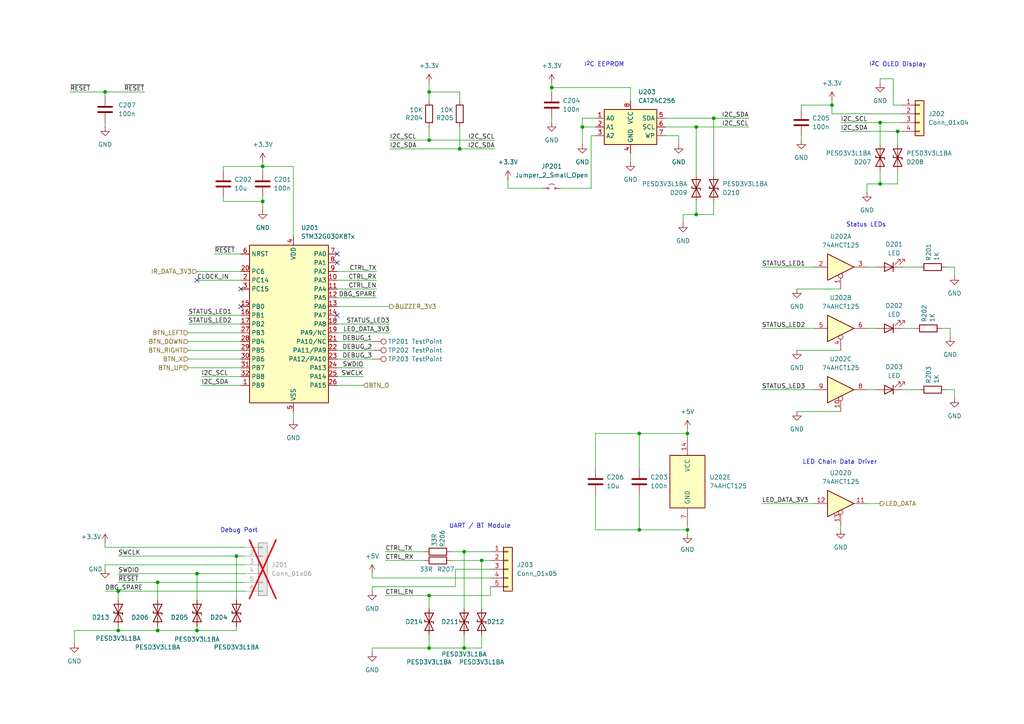
<source format=kicad_sch>
(kicad_sch (version 20231120) (generator "eeschema") (generator_version "8.0")
  (paper "A4")
  (title_block (title "STM32G0 LED Controller") (date "2024-06-29") (company "Stefan Misik") (comment 1 "www.stefanmisik.com"))
  (lib_symbols
    (symbol "74xx:74AHCT125" (pin_names (offset 1.016))
      (property "Reference" "U" (at 0 1.27 0))
      (property "Value" "74AHCT125" (at 0 -1.27 0))
      (symbol "74AHCT125_1_0"
        (polyline (pts (xy -3.81 3.81) (xy -3.81 -3.81) (xy 3.81 0) (xy -3.81 3.81)) (stroke (width 0.254)) (fill (type background)))
        (pin input inverted (at 0 -6.35 90) (length 4.445) (name "~") (number "1"))
        (pin input line (at -7.62 0 0) (length 3.81) (name "~") (number "2"))
        (pin tri_state line (at 7.62 0 180) (length 3.81) (name "~") (number "3"))
      )
      (symbol "74AHCT125_2_0"
        (polyline (pts (xy -3.81 3.81) (xy -3.81 -3.81) (xy 3.81 0) (xy -3.81 3.81)) (stroke (width 0.254)) (fill (type background)))
        (pin input inverted (at 0 -6.35 90) (length 4.445) (name "~") (number "4"))
        (pin input line (at -7.62 0 0) (length 3.81) (name "~") (number "5"))
        (pin tri_state line (at 7.62 0 180) (length 3.81) (name "~") (number "6"))
      )
      (symbol "74AHCT125_3_0"
        (polyline (pts (xy -3.81 3.81) (xy -3.81 -3.81) (xy 3.81 0) (xy -3.81 3.81)) (stroke (width 0.254)) (fill (type background)))
        (pin input inverted (at 0 -6.35 90) (length 4.445) (name "~") (number "10"))
        (pin tri_state line (at 7.62 0 180) (length 3.81) (name "~") (number "8"))
        (pin input line (at -7.62 0 0) (length 3.81) (name "~") (number "9"))
      )
      (symbol "74AHCT125_4_0"
        (polyline (pts (xy -3.81 3.81) (xy -3.81 -3.81) (xy 3.81 0) (xy -3.81 3.81)) (stroke (width 0.254)) (fill (type background)))
        (pin tri_state line (at 7.62 0 180) (length 3.81) (name "~") (number "11"))
        (pin input line (at -7.62 0 0) (length 3.81) (name "~") (number "12"))
        (pin input inverted (at 0 -6.35 90) (length 4.445) (name "~") (number "13"))
      )
      (symbol "74AHCT125_5_0"
        (pin power_in line (at 0 12.7 270) (length 5.08) (name "VCC") (number "14"))
        (pin power_in line (at 0 -12.7 90) (length 5.08) (name "GND") (number "7"))
      )
      (symbol "74AHCT125_5_1"
        (rectangle (start -5.08 7.62) (end 5.08 -7.62) (stroke (width 0.254)) (fill (type background)))
      )
    )
    (symbol "Connector:TestPoint" (pin_numbers hide) (pin_names (offset 0.762) hide)
      (property "Reference" "TP" (at 0 6.858 0))
      (property "Value" "TestPoint" (at 0 5.08 0))
      (symbol "TestPoint_0_1"
        (circle (center 0 3.302) (radius 0.762))
      )
      (symbol "TestPoint_1_1"
        (pin passive line (at 0 0 90) (length 2.54) (name "1") (number "1"))
      )
    )
    (symbol "Connector_Generic:Conn_01x04" (pin_names (offset 1.016) hide)
      (property "Reference" "J" (at 0 5.08 0))
      (property "Value" "Conn_01x04" (at 0 -7.62 0))
      (symbol "Conn_01x04_1_1"
        (rectangle (start -1.27 -4.953) (end 0 -5.207) (stroke (width 0.1524)))
        (rectangle (start -1.27 -2.413) (end 0 -2.667) (stroke (width 0.1524)))
        (rectangle (start -1.27 0.127) (end 0 -0.127) (stroke (width 0.1524)))
        (rectangle (start -1.27 2.667) (end 0 2.413) (stroke (width 0.1524)))
        (rectangle (start -1.27 3.81) (end 1.27 -6.35) (stroke (width 0.254)) (fill (type background)))
        (pin passive line (at -5.08 2.54 0) (length 3.81) (name "Pin_1") (number "1"))
        (pin passive line (at -5.08 0 0) (length 3.81) (name "Pin_2") (number "2"))
        (pin passive line (at -5.08 -2.54 0) (length 3.81) (name "Pin_3") (number "3"))
        (pin passive line (at -5.08 -5.08 0) (length 3.81) (name "Pin_4") (number "4"))
      )
    )
    (symbol "Connector_Generic:Conn_01x05" (pin_names (offset 1.016) hide)
      (property "Reference" "J" (at 0 7.62 0))
      (property "Value" "Conn_01x05" (at 0 -7.62 0))
      (symbol "Conn_01x05_1_1"
        (rectangle (start -1.27 -4.953) (end 0 -5.207) (stroke (width 0.1524)))
        (rectangle (start -1.27 -2.413) (end 0 -2.667) (stroke (width 0.1524)))
        (rectangle (start -1.27 0.127) (end 0 -0.127) (stroke (width 0.1524)))
        (rectangle (start -1.27 2.667) (end 0 2.413) (stroke (width 0.1524)))
        (rectangle (start -1.27 5.207) (end 0 4.953) (stroke (width 0.1524)))
        (rectangle (start -1.27 6.35) (end 1.27 -6.35) (stroke (width 0.254)) (fill (type background)))
        (pin passive line (at -5.08 5.08 0) (length 3.81) (name "Pin_1") (number "1"))
        (pin passive line (at -5.08 2.54 0) (length 3.81) (name "Pin_2") (number "2"))
        (pin passive line (at -5.08 0 0) (length 3.81) (name "Pin_3") (number "3"))
        (pin passive line (at -5.08 -2.54 0) (length 3.81) (name "Pin_4") (number "4"))
        (pin passive line (at -5.08 -5.08 0) (length 3.81) (name "Pin_5") (number "5"))
      )
    )
    (symbol "Connector_Generic:Conn_01x06" (pin_names (offset 1.016) hide)
      (property "Reference" "J" (at 0 7.62 0))
      (property "Value" "Conn_01x06" (at 0 -10.16 0))
      (symbol "Conn_01x06_1_1"
        (rectangle (start -1.27 -7.493) (end 0 -7.747) (stroke (width 0.1524)))
        (rectangle (start -1.27 -4.953) (end 0 -5.207) (stroke (width 0.1524)))
        (rectangle (start -1.27 -2.413) (end 0 -2.667) (stroke (width 0.1524)))
        (rectangle (start -1.27 0.127) (end 0 -0.127) (stroke (width 0.1524)))
        (rectangle (start -1.27 2.667) (end 0 2.413) (stroke (width 0.1524)))
        (rectangle (start -1.27 5.207) (end 0 4.953) (stroke (width 0.1524)))
        (rectangle (start -1.27 6.35) (end 1.27 -8.89) (stroke (width 0.254)) (fill (type background)))
        (pin passive line (at -5.08 5.08 0) (length 3.81) (name "Pin_1") (number "1"))
        (pin passive line (at -5.08 2.54 0) (length 3.81) (name "Pin_2") (number "2"))
        (pin passive line (at -5.08 0 0) (length 3.81) (name "Pin_3") (number "3"))
        (pin passive line (at -5.08 -2.54 0) (length 3.81) (name "Pin_4") (number "4"))
        (pin passive line (at -5.08 -5.08 0) (length 3.81) (name "Pin_5") (number "5"))
        (pin passive line (at -5.08 -7.62 0) (length 3.81) (name "Pin_6") (number "6"))
      )
    )
    (symbol "Device:C" (pin_numbers hide) (pin_names (offset 0.254))
      (property "Reference" "C" (at 0.635 2.54 0))
      (property "Value" "C" (at 0.635 -2.54 0))
      (symbol "C_0_1"
        (polyline (pts (xy -2.032 -0.762) (xy 2.032 -0.762)) (stroke (width 0.508)))
        (polyline (pts (xy -2.032 0.762) (xy 2.032 0.762)) (stroke (width 0.508)))
      )
      (symbol "C_1_1"
        (pin passive line (at 0 3.81 270) (length 2.794) (name "~") (number "1"))
        (pin passive line (at 0 -3.81 90) (length 2.794) (name "~") (number "2"))
      )
    )
    (symbol "Device:D_TVS" (pin_numbers hide) (pin_names (offset 1.016) hide)
      (property "Reference" "D" (at 0 2.54 0))
      (property "Value" "D_TVS" (at 0 -2.54 0))
      (symbol "D_TVS_0_1"
        (polyline (pts (xy 1.27 0) (xy -1.27 0)))
        (polyline (pts (xy 0.508 1.27) (xy 0 1.27) (xy 0 -1.27) (xy -0.508 -1.27)) (stroke (width 0.254)))
        (polyline (pts (xy -2.54 1.27) (xy -2.54 -1.27) (xy 2.54 1.27) (xy 2.54 -1.27) (xy -2.54 1.27)) (stroke (width 0.254)))
      )
      (symbol "D_TVS_1_1"
        (pin passive line (at -3.81 0 0) (length 2.54) (name "A1") (number "1"))
        (pin passive line (at 3.81 0 180) (length 2.54) (name "A2") (number "2"))
      )
    )
    (symbol "Device:LED" (pin_numbers hide) (pin_names (offset 1.016) hide)
      (property "Reference" "D" (at 0 2.54 0))
      (property "Value" "LED" (at 0 -2.54 0))
      (symbol "LED_0_1"
        (polyline (pts (xy -1.27 -1.27) (xy -1.27 1.27)) (stroke (width 0.254)))
        (polyline (pts (xy -1.27 0) (xy 1.27 0)))
        (polyline (pts (xy 1.27 -1.27) (xy 1.27 1.27) (xy -1.27 0) (xy 1.27 -1.27)) (stroke (width 0.254)))
        (polyline (pts (xy -3.048 -0.762) (xy -4.572 -2.286) (xy -3.81 -2.286) (xy -4.572 -2.286) (xy -4.572 -1.524)))
        (polyline (pts (xy -1.778 -0.762) (xy -3.302 -2.286) (xy -2.54 -2.286) (xy -3.302 -2.286) (xy -3.302 -1.524)))
      )
      (symbol "LED_1_1"
        (pin passive line (at -3.81 0 0) (length 2.54) (name "K") (number "1"))
        (pin passive line (at 3.81 0 180) (length 2.54) (name "A") (number "2"))
      )
    )
    (symbol "Device:R" (pin_numbers hide) (pin_names (offset 0))
      (property "Reference" "R" (at 2.032 0 90))
      (property "Value" "R" (at 0 0 90))
      (symbol "R_0_1"
        (rectangle (start -1.016 -2.54) (end 1.016 2.54) (stroke (width 0.254)))
      )
      (symbol "R_1_1"
        (pin passive line (at 0 3.81 270) (length 1.27) (name "~") (number "1"))
        (pin passive line (at 0 -3.81 90) (length 1.27) (name "~") (number "2"))
      )
    )
    (symbol "Jumper:Jumper_2_Small_Open" (pin_numbers hide) (pin_names (offset 0) hide) (exclude_from_sim yes)
      (property "Reference" "JP" (at 0 2.794 0))
      (property "Value" "Jumper_2_Small_Open" (at 0 -2.286 0))
      (symbol "Jumper_2_Small_Open_0_0"
        (circle (center -1.016 0) (radius 0.254))
        (circle (center 1.016 0) (radius 0.254))
      )
      (symbol "Jumper_2_Small_Open_0_1"
        (arc (start 0.762 1.0196) (mid 0 1.2729) (end -0.762 1.0196))
      )
      (symbol "Jumper_2_Small_Open_1_1"
        (pin passive line (at -2.54 0 0) (length 1.27) (name "A") (number "1"))
        (pin passive line (at 2.54 0 180) (length 1.27) (name "B") (number "2"))
      )
    )
    (symbol "MCU_ST_STM32G0:STM32G030K8Tx"
      (property "Reference" "U" (at -10.16 24.13 0))
      (property "Value" "STM32G030K8Tx" (at 5.08 24.13 0))
      (symbol "STM32G030K8Tx_0_1"
        (rectangle (start -10.16 -22.86) (end 12.7 22.86) (stroke (width 0.254)) (fill (type background)))
      )
      (symbol "STM32G030K8Tx_1_1"
        (pin bidirectional line (at -12.7 -17.78 0) (length 2.54) (name "PB9") (number "1"))
        (pin bidirectional line (at 15.24 12.7 180) (length 2.54) (name "PA3") (number "10"))
        (pin bidirectional line (at 15.24 10.16 180) (length 2.54) (name "PA4") (number "11"))
        (pin bidirectional line (at 15.24 7.62 180) (length 2.54) (name "PA5") (number "12"))
        (pin bidirectional line (at 15.24 5.08 180) (length 2.54) (name "PA6") (number "13"))
        (pin bidirectional line (at 15.24 2.54 180) (length 2.54) (name "PA7") (number "14"))
        (pin bidirectional line (at -12.7 5.08 0) (length 2.54) (name "PB0") (number "15"))
        (pin bidirectional line (at -12.7 2.54 0) (length 2.54) (name "PB1") (number "16"))
        (pin bidirectional line (at -12.7 0 0) (length 2.54) (name "PB2") (number "17"))
        (pin bidirectional line (at 15.24 0 180) (length 2.54) (name "PA8") (number "18"))
        (pin bidirectional line (at 15.24 -2.54 180) (length 2.54) (name "PA9/NC") (number "19"))
        (pin bidirectional line (at -12.7 12.7 0) (length 2.54) (name "PC14") (number "2"))
        (pin bidirectional line (at -12.7 15.24 0) (length 2.54) (name "PC6") (number "20"))
        (pin bidirectional line (at 15.24 -5.08 180) (length 2.54) (name "PA10/NC") (number "21"))
        (pin bidirectional line (at 15.24 -7.62 180) (length 2.54) (name "PA11/PA9") (number "22"))
        (pin bidirectional line (at 15.24 -10.16 180) (length 2.54) (name "PA12/PA10") (number "23"))
        (pin bidirectional line (at 15.24 -12.7 180) (length 2.54) (name "PA13") (number "24"))
        (pin bidirectional line (at 15.24 -15.24 180) (length 2.54) (name "PA14") (number "25"))
        (pin bidirectional line (at 15.24 -17.78 180) (length 2.54) (name "PA15") (number "26"))
        (pin bidirectional line (at -12.7 -2.54 0) (length 2.54) (name "PB3") (number "27"))
        (pin bidirectional line (at -12.7 -5.08 0) (length 2.54) (name "PB4") (number "28"))
        (pin bidirectional line (at -12.7 -7.62 0) (length 2.54) (name "PB5") (number "29"))
        (pin bidirectional line (at -12.7 10.16 0) (length 2.54) (name "PC15") (number "3"))
        (pin bidirectional line (at -12.7 -10.16 0) (length 2.54) (name "PB6") (number "30"))
        (pin bidirectional line (at -12.7 -12.7 0) (length 2.54) (name "PB7") (number "31"))
        (pin bidirectional line (at -12.7 -15.24 0) (length 2.54) (name "PB8") (number "32"))
        (pin power_in line (at 2.54 25.4 270) (length 2.54) (name "VDD") (number "4"))
        (pin power_in line (at 2.54 -25.4 90) (length 2.54) (name "VSS") (number "5"))
        (pin input line (at -12.7 20.32 0) (length 2.54) (name "NRST") (number "6"))
        (pin bidirectional line (at 15.24 20.32 180) (length 2.54) (name "PA0") (number "7"))
        (pin bidirectional line (at 15.24 17.78 180) (length 2.54) (name "PA1") (number "8"))
        (pin bidirectional line (at 15.24 15.24 180) (length 2.54) (name "PA2") (number "9"))
      )
    )
    (symbol "Memory_EEPROM:CAT24C256"
      (property "Reference" "U" (at -6.35 6.35 0))
      (property "Value" "CAT24C256" (at 1.27 6.35 0))
      (symbol "CAT24C256_1_1"
        (rectangle (start -7.62 5.08) (end 7.62 -5.08) (stroke (width 0.254)) (fill (type background)))
        (pin input line (at -10.16 2.54 0) (length 2.54) (name "A0") (number "1"))
        (pin input line (at -10.16 0 0) (length 2.54) (name "A1") (number "2"))
        (pin input line (at -10.16 -2.54 0) (length 2.54) (name "A2") (number "3"))
        (pin power_in line (at 0 -7.62 90) (length 2.54) (name "GND") (number "4"))
        (pin bidirectional line (at 10.16 2.54 180) (length 2.54) (name "SDA") (number "5"))
        (pin input line (at 10.16 0 180) (length 2.54) (name "SCL") (number "6"))
        (pin input line (at 10.16 -2.54 180) (length 2.54) (name "WP") (number "7"))
        (pin power_in line (at 0 7.62 270) (length 2.54) (name "VCC") (number "8"))
      )
    )
    (symbol "power:+3.3V" (power) (pin_numbers hide) (pin_names (offset 0) hide)
      (property "Value" "+3.3V" (at 0 3.556 0))
      (symbol "+3.3V_0_1"
        (polyline (pts (xy -0.762 1.27) (xy 0 2.54)))
        (polyline (pts (xy 0 0) (xy 0 2.54)))
        (polyline (pts (xy 0 2.54) (xy 0.762 1.27)))
      )
      (symbol "+3.3V_1_1"
        (pin power_in line (at 0 0 90) (length 0) (name "~") (number "1"))
      )
    )
    (symbol "power:+5V" (power) (pin_numbers hide) (pin_names (offset 0) hide)
      (property "Value" "+5V" (at 0 3.556 0))
      (symbol "+5V_0_1"
        (polyline (pts (xy -0.762 1.27) (xy 0 2.54)))
        (polyline (pts (xy 0 0) (xy 0 2.54)))
        (polyline (pts (xy 0 2.54) (xy 0.762 1.27)))
      )
      (symbol "+5V_1_1"
        (pin power_in line (at 0 0 90) (length 0) (name "~") (number "1"))
      )
    )
    (symbol "power:GND" (power) (pin_numbers hide) (pin_names (offset 0) hide)
      (property "Value" "GND" (at 0 -3.81 0))
      (symbol "GND_0_1"
        (polyline (pts (xy 0 0) (xy 0 -1.27) (xy 1.27 -1.27) (xy 0 -2.54) (xy -1.27 -1.27) (xy 0 -1.27)))
      )
      (symbol "GND_1_1"
        (pin power_in line (at 0 0 270) (length 0) (name "~") (number "1"))
      )
    )
  )
  (junction (at 199.39 153.67))
  (junction (at 133.35 43.18))
  (junction (at 124.46 187.96))
  (junction (at 57.15 166.37))
  (junction (at 57.15 182.88))
  (junction (at 45.72 168.91))
  (junction (at 45.72 182.88))
  (junction (at 34.29 182.88))
  (junction (at 124.46 40.64))
  (junction (at 76.2 48.26))
  (junction (at 160.02 25.4))
  (junction (at 139.7 162.56))
  (junction (at 201.93 62.23))
  (junction (at 260.35 38.1))
  (junction (at 201.93 36.83))
  (junction (at 68.58 161.29))
  (junction (at 134.62 160.02))
  (junction (at 241.3 30.48))
  (junction (at 76.2 58.42))
  (junction (at 134.62 187.96))
  (junction (at 168.91 36.83))
  (junction (at 207.01 34.29))
  (junction (at 124.46 26.67))
  (junction (at 185.42 125.73))
  (junction (at 255.27 53.34))
  (junction (at 34.29 171.45))
  (junction (at 255.27 35.56))
  (junction (at 199.39 125.73))
  (junction (at 185.42 153.67))
  (junction (at 124.46 172.72))
  (junction (at 30.48 26.67))
  (no_connect (at 57.15 81.28))
  (no_connect (at 97.79 76.2))
  (no_connect (at 69.85 88.9))
  (no_connect (at 97.79 73.66))
  (no_connect (at 97.79 91.44))
  (no_connect (at 69.85 83.82))
  (wire (pts (xy 123.19 160.02) (xy 111.76 160.02)))
  (wire (pts (xy 123.19 162.56) (xy 111.76 162.56)))
  (wire (pts (xy 130.81 162.56) (xy 139.7 162.56)))
  (wire (pts (xy 139.7 187.96) (xy 134.62 187.96)))
  (wire (pts (xy 107.95 170.18) (xy 107.95 171.45)))
  (wire (pts (xy 255.27 22.86) (xy 255.27 24.13)))
  (wire (pts (xy 147.32 52.07) (xy 147.32 54.61)))
  (wire (pts (xy 241.3 30.48) (xy 241.3 33.02)))
  (wire (pts (xy 54.61 93.98) (xy 69.85 93.98)))
  (wire (pts (xy 97.79 109.22) (xy 105.41 109.22)))
  (wire (pts (xy 231.14 83.82) (xy 243.84 83.82)))
  (wire (pts (xy 97.79 106.68) (xy 105.41 106.68)))
  (wire (pts (xy 57.15 166.37) (xy 57.15 173.99)))
  (wire (pts (xy 45.72 182.88) (xy 57.15 182.88)))
  (wire (pts (xy 54.61 104.14) (xy 69.85 104.14)))
  (wire (pts (xy 34.29 171.45) (xy 34.29 173.99)))
  (wire (pts (xy 45.72 182.88) (xy 45.72 181.61)))
  (wire (pts (xy 132.08 165.1) (xy 132.08 170.18)))
  (wire (pts (xy 259.08 22.86) (xy 255.27 22.86)))
  (wire (pts (xy 232.41 40.64) (xy 232.41 39.37)))
  (wire (pts (xy 160.02 26.67) (xy 160.02 25.4)))
  (wire (pts (xy 160.02 25.4) (xy 182.88 25.4)))
  (wire (pts (xy 57.15 81.28) (xy 69.85 81.28)))
  (wire (pts (xy 201.93 58.42) (xy 201.93 62.23)))
  (wire (pts (xy 111.76 172.72) (xy 124.46 172.72)))
  (wire (pts (xy 113.03 93.98) (xy 97.79 93.98)))
  (wire (pts (xy 261.62 95.25) (xy 265.43 95.25)))
  (wire (pts (xy 220.98 113.03) (xy 236.22 113.03)))
  (wire (pts (xy 185.42 125.73) (xy 185.42 135.89)))
  (wire (pts (xy 172.72 135.89) (xy 172.72 125.73)))
  (wire (pts (xy 251.46 77.47) (xy 254 77.47)))
  (wire (pts (xy 193.04 34.29) (xy 207.01 34.29)))
  (wire (pts (xy 76.2 48.26) (xy 76.2 46.99)))
  (wire (pts (xy 124.46 172.72) (xy 142.24 172.72)))
  (wire (pts (xy 134.62 160.02) (xy 134.62 176.53)))
  (wire (pts (xy 160.02 35.56) (xy 160.02 34.29)))
  (wire (pts (xy 251.46 55.88) (xy 251.46 53.34)))
  (wire (pts (xy 255.27 35.56) (xy 255.27 41.91)))
  (wire (pts (xy 132.08 170.18) (xy 107.95 170.18)))
  (wire (pts (xy 139.7 162.56) (xy 139.7 176.53)))
  (wire (pts (xy 57.15 182.88) (xy 57.15 181.61)))
  (wire (pts (xy 199.39 152.4) (xy 199.39 153.67)))
  (wire (pts (xy 220.98 77.47) (xy 236.22 77.47)))
  (wire (pts (xy 168.91 36.83) (xy 168.91 41.91)))
  (wire (pts (xy 30.48 26.67) (xy 41.91 26.67)))
  (wire (pts (xy 133.35 43.18) (xy 143.51 43.18)))
  (wire (pts (xy 97.79 99.06) (xy 107.95 99.06)))
  (wire (pts (xy 243.84 38.1) (xy 260.35 38.1)))
  (wire (pts (xy 199.39 124.46) (xy 199.39 125.73)))
  (wire (pts (xy 54.61 106.68) (xy 69.85 106.68)))
  (wire (pts (xy 34.29 161.29) (xy 68.58 161.29)))
  (wire (pts (xy 241.3 33.02) (xy 261.62 33.02)))
  (wire (pts (xy 124.46 187.96) (xy 134.62 187.96)))
  (wire (pts (xy 30.48 158.75) (xy 71.12 158.75)))
  (wire (pts (xy 54.61 99.06) (xy 69.85 99.06)))
  (wire (pts (xy 171.45 54.61) (xy 171.45 39.37)))
  (wire (pts (xy 68.58 161.29) (xy 71.12 161.29)))
  (wire (pts (xy 97.79 88.9) (xy 113.03 88.9)))
  (wire (pts (xy 30.48 157.48) (xy 30.48 158.75)))
  (wire (pts (xy 45.72 168.91) (xy 71.12 168.91)))
  (wire (pts (xy 196.85 41.91) (xy 196.85 39.37)))
  (wire (pts (xy 207.01 34.29) (xy 217.17 34.29)))
  (wire (pts (xy 276.86 80.01) (xy 276.86 77.47)))
  (wire (pts (xy 162.56 54.61) (xy 171.45 54.61)))
  (wire (pts (xy 207.01 62.23) (xy 201.93 62.23)))
  (wire (pts (xy 30.48 163.83) (xy 71.12 163.83)))
  (wire (pts (xy 107.95 189.23) (xy 107.95 187.96)))
  (wire (pts (xy 172.72 153.67) (xy 172.72 143.51)))
  (wire (pts (xy 259.08 22.86) (xy 259.08 30.48)))
  (wire (pts (xy 57.15 182.88) (xy 68.58 182.88)))
  (wire (pts (xy 64.77 58.42) (xy 76.2 58.42)))
  (wire (pts (xy 259.08 30.48) (xy 261.62 30.48)))
  (wire (pts (xy 105.41 111.76) (xy 97.79 111.76)))
  (wire (pts (xy 124.46 40.64) (xy 143.51 40.64)))
  (wire (pts (xy 243.84 152.4) (xy 243.84 153.67)))
  (wire (pts (xy 261.62 113.03) (xy 266.7 113.03)))
  (wire (pts (xy 243.84 35.56) (xy 255.27 35.56)))
  (wire (pts (xy 207.01 34.29) (xy 207.01 50.8)))
  (wire (pts (xy 172.72 125.73) (xy 185.42 125.73)))
  (wire (pts (xy 134.62 184.15) (xy 134.62 187.96)))
  (wire (pts (xy 134.62 160.02) (xy 142.24 160.02)))
  (wire (pts (xy 30.48 36.83) (xy 30.48 35.56)))
  (wire (pts (xy 85.09 48.26) (xy 76.2 48.26)))
  (wire (pts (xy 231.14 119.38) (xy 243.84 119.38)))
  (wire (pts (xy 251.46 95.25) (xy 254 95.25)))
  (wire (pts (xy 113.03 40.64) (xy 124.46 40.64)))
  (wire (pts (xy 124.46 36.83) (xy 124.46 40.64)))
  (wire (pts (xy 199.39 125.73) (xy 199.39 127)))
  (wire (pts (xy 275.59 97.79) (xy 275.59 95.25)))
  (wire (pts (xy 168.91 36.83) (xy 168.91 34.29)))
  (wire (pts (xy 142.24 165.1) (xy 132.08 165.1)))
  (wire (pts (xy 172.72 153.67) (xy 185.42 153.67)))
  (wire (pts (xy 251.46 53.34) (xy 255.27 53.34)))
  (wire (pts (xy 97.79 101.6) (xy 107.95 101.6)))
  (wire (pts (xy 57.15 78.74) (xy 69.85 78.74)))
  (wire (pts (xy 193.04 36.83) (xy 201.93 36.83)))
  (wire (pts (xy 260.35 38.1) (xy 260.35 41.91)))
  (wire (pts (xy 133.35 26.67) (xy 133.35 29.21)))
  (wire (pts (xy 275.59 95.25) (xy 273.05 95.25)))
  (wire (pts (xy 57.15 166.37) (xy 71.12 166.37)))
  (wire (pts (xy 201.93 36.83) (xy 217.17 36.83)))
  (wire (pts (xy 34.29 171.45) (xy 71.12 171.45)))
  (wire (pts (xy 139.7 162.56) (xy 142.24 162.56)))
  (wire (pts (xy 232.41 30.48) (xy 241.3 30.48)))
  (wire (pts (xy 185.42 125.73) (xy 199.39 125.73)))
  (wire (pts (xy 97.79 81.28) (xy 109.22 81.28)))
  (wire (pts (xy 64.77 57.15) (xy 64.77 58.42)))
  (wire (pts (xy 160.02 25.4) (xy 160.02 24.13)))
  (wire (pts (xy 30.48 26.67) (xy 30.48 27.94)))
  (wire (pts (xy 168.91 34.29) (xy 172.72 34.29)))
  (wire (pts (xy 21.59 182.88) (xy 34.29 182.88)))
  (wire (pts (xy 185.42 153.67) (xy 199.39 153.67)))
  (wire (pts (xy 54.61 91.44) (xy 69.85 91.44)))
  (wire (pts (xy 45.72 168.91) (xy 45.72 173.99)))
  (wire (pts (xy 34.29 168.91) (xy 45.72 168.91)))
  (wire (pts (xy 76.2 48.26) (xy 64.77 48.26)))
  (wire (pts (xy 142.24 167.64) (xy 107.95 167.64)))
  (wire (pts (xy 54.61 101.6) (xy 69.85 101.6)))
  (wire (pts (xy 207.01 58.42) (xy 207.01 62.23)))
  (wire (pts (xy 124.46 24.13) (xy 124.46 26.67)))
  (wire (pts (xy 232.41 31.75) (xy 232.41 30.48)))
  (wire (pts (xy 130.81 160.02) (xy 134.62 160.02)))
  (wire (pts (xy 276.86 115.57) (xy 276.86 113.03)))
  (wire (pts (xy 97.79 86.36) (xy 109.22 86.36)))
  (wire (pts (xy 142.24 170.18) (xy 142.24 172.72)))
  (wire (pts (xy 182.88 25.4) (xy 182.88 29.21)))
  (wire (pts (xy 34.29 181.61) (xy 34.29 182.88)))
  (wire (pts (xy 276.86 113.03) (xy 274.32 113.03)))
  (wire (pts (xy 124.46 26.67) (xy 124.46 29.21)))
  (wire (pts (xy 76.2 60.96) (xy 76.2 58.42)))
  (wire (pts (xy 261.62 38.1) (xy 260.35 38.1)))
  (wire (pts (xy 76.2 58.42) (xy 76.2 57.15)))
  (wire (pts (xy 97.79 104.14) (xy 107.95 104.14)))
  (wire (pts (xy 261.62 77.47) (xy 266.7 77.47)))
  (wire (pts (xy 54.61 96.52) (xy 69.85 96.52)))
  (wire (pts (xy 68.58 161.29) (xy 68.58 173.99)))
  (wire (pts (xy 62.23 73.66) (xy 69.85 73.66)))
  (wire (pts (xy 97.79 83.82) (xy 109.22 83.82)))
  (wire (pts (xy 30.48 171.45) (xy 34.29 171.45)))
  (wire (pts (xy 147.32 54.61) (xy 157.48 54.61)))
  (wire (pts (xy 251.46 113.03) (xy 254 113.03)))
  (wire (pts (xy 124.46 172.72) (xy 124.46 176.53)))
  (wire (pts (xy 97.79 96.52) (xy 113.03 96.52)))
  (wire (pts (xy 20.32 26.67) (xy 30.48 26.67)))
  (wire (pts (xy 68.58 182.88) (xy 68.58 181.61)))
  (wire (pts (xy 58.42 111.76) (xy 69.85 111.76)))
  (wire (pts (xy 241.3 29.21) (xy 241.3 30.48)))
  (wire (pts (xy 21.59 182.88) (xy 21.59 186.69)))
  (wire (pts (xy 261.62 35.56) (xy 255.27 35.56)))
  (wire (pts (xy 133.35 43.18) (xy 133.35 36.83)))
  (wire (pts (xy 107.95 167.64) (xy 107.95 166.37)))
  (wire (pts (xy 198.12 64.77) (xy 198.12 62.23)))
  (wire (pts (xy 276.86 77.47) (xy 274.32 77.47)))
  (wire (pts (xy 231.14 101.6) (xy 243.84 101.6)))
  (wire (pts (xy 201.93 36.83) (xy 201.93 50.8)))
  (wire (pts (xy 76.2 49.53) (xy 76.2 48.26)))
  (wire (pts (xy 260.35 53.34) (xy 255.27 53.34)))
  (wire (pts (xy 34.29 182.88) (xy 45.72 182.88)))
  (wire (pts (xy 260.35 49.53) (xy 260.35 53.34)))
  (wire (pts (xy 168.91 36.83) (xy 172.72 36.83)))
  (wire (pts (xy 255.27 49.53) (xy 255.27 53.34)))
  (wire (pts (xy 220.98 146.05) (xy 236.22 146.05)))
  (wire (pts (xy 107.95 187.96) (xy 124.46 187.96)))
  (wire (pts (xy 171.45 39.37) (xy 172.72 39.37)))
  (wire (pts (xy 97.79 78.74) (xy 109.22 78.74)))
  (wire (pts (xy 196.85 39.37) (xy 193.04 39.37)))
  (wire (pts (xy 64.77 48.26) (xy 64.77 49.53)))
  (wire (pts (xy 185.42 143.51) (xy 185.42 153.67)))
  (wire (pts (xy 113.03 43.18) (xy 133.35 43.18)))
  (wire (pts (xy 30.48 165.1) (xy 30.48 163.83)))
  (wire (pts (xy 251.46 146.05) (xy 255.27 146.05)))
  (wire (pts (xy 182.88 44.45) (xy 182.88 46.99)))
  (wire (pts (xy 139.7 184.15) (xy 139.7 187.96)))
  (wire (pts (xy 198.12 62.23) (xy 201.93 62.23)))
  (wire (pts (xy 58.42 109.22) (xy 69.85 109.22)))
  (wire (pts (xy 124.46 26.67) (xy 133.35 26.67)))
  (wire (pts (xy 220.98 95.25) (xy 236.22 95.25)))
  (wire (pts (xy 85.09 119.38) (xy 85.09 121.92)))
  (wire (pts (xy 34.29 166.37) (xy 57.15 166.37)))
  (wire (pts (xy 85.09 48.26) (xy 85.09 68.58)))
  (wire (pts (xy 124.46 184.15) (xy 124.46 187.96)))
  (wire (pts (xy 199.39 153.67) (xy 199.39 154.94)))
  (text "Status LEDs" (at 251.206 65.278 0) (effects (font (size 1.27 1.27))))
  (text "LED Chain Data Driver" (at 243.586 134.112 0) (effects (font (size 1.27 1.27))))
  (text "I^{2}C EEPROM" (at 175.26 18.796 0) (effects (font (size 1.27 1.27))))
  (text "Debug Port" (at 69.342 153.924 0) (effects (font (size 1.27 1.27))))
  (text "I^{2}C OLED Display" (at 260.35 18.796 0) (effects (font (size 1.27 1.27))))
  (text "UART / BT Module" (at 139.192 152.654 0) (effects (font (size 1.27 1.27))))
  (label "I2C_SDA" (at 113.03 43.18 0))
  (label "CTRL_TX" (at 109.22 78.74 180))
  (label "STATUS_LED2" (at 54.61 93.98 0))
  (label "DBG_SPARE" (at 30.48 171.45 0))
  (label "SWCLK" (at 34.29 161.29 0))
  (label "I2C_SCL" (at 58.42 109.22 0))
  (label "I2C_SCL" (at 143.51 40.64 180))
  (label "~{RESET}" (at 41.91 26.67 180))
  (label "STATUS_LED2" (at 220.98 95.25 0))
  (label "SWCLK" (at 105.41 109.22 180))
  (label "STATUS_LED1" (at 54.61 91.44 0))
  (label "~{RESET}" (at 34.29 168.91 0))
  (label "I2C_SDA" (at 143.51 43.18 180))
  (label "CTRL_TX" (at 111.76 160.02 0))
  (label "CLOCK_IN" (at 57.15 81.28 0))
  (label "SWDIO" (at 105.41 106.68 180))
  (label "I2C_SCL" (at 243.84 35.56 0))
  (label "I2C_SCL" (at 113.03 40.64 0))
  (label "I2C_SDA" (at 243.84 38.1 0))
  (label "DEBUG_2" (at 107.95 101.6 180))
  (label "DBG_SPARE" (at 109.22 86.36 180))
  (label "LED_DATA_3V3" (at 113.03 96.52 180))
  (label "CTRL_EN" (at 111.76 172.72 0))
  (label "I2C_SDA" (at 217.17 34.29 180))
  (label "~{RESET}" (at 20.32 26.67 0))
  (label "~{RESET}" (at 62.23 73.66 0))
  (label "I2C_SCL" (at 217.17 36.83 180))
  (label "SWDIO" (at 34.29 166.37 0))
  (label "DEBUG_3" (at 107.95 104.14 180))
  (label "STATUS_LED1" (at 220.98 77.47 0))
  (label "STATUS_LED3" (at 220.98 113.03 0))
  (label "DEBUG_1" (at 107.95 99.06 180))
  (label "STATUS_LED3" (at 113.03 93.98 180))
  (label "LED_DATA_3V3" (at 220.98 146.05 0))
  (label "I2C_SDA" (at 58.42 111.76 0))
  (label "CTRL_RX" (at 109.22 81.28 180))
  (label "CTRL_RX" (at 111.76 162.56 0))
  (label "CTRL_EN" (at 109.22 83.82 180))
  (hierarchical_label "BTN_X" (shape input) (at 54.61 104.14 180))
  (hierarchical_label "BTN_RIGHT" (shape input) (at 54.61 101.6 180))
  (hierarchical_label "IR_DATA_3V3" (shape input) (at 57.15 78.74 180))
  (hierarchical_label "BTN_LEFT" (shape input) (at 54.61 96.52 180))
  (hierarchical_label "BTN_UP" (shape input) (at 54.61 106.68 180))
  (hierarchical_label "BUZZER_3V3" (shape output) (at 113.03 88.9 0))
  (hierarchical_label "LED_DATA" (shape output) (at 255.27 146.05 0))
  (hierarchical_label "BTN_O" (shape input) (at 105.41 111.76 0))
  (hierarchical_label "BTN_DOWN" (shape input) (at 54.61 99.06 180))
  (symbol (lib_id "MCU_ST_STM32G0:STM32G030K8Tx") (at 82.55 93.98 0) (unit 1)
    (property "Reference" "U201" (at 87.2841 66.04 0) (effects (justify left)))
    (property "Value" "STM32G030K8Tx" (at 87.2841 68.58 0) (effects (justify left)))
    (property "Footprint" "Package_QFP:LQFP-32_7x7mm_P0.8mm" (effects (hide yes)))
    (property "Datasheet" "https://www.st.com/resource/en/datasheet/stm32g030k8.pdf" (effects (hide yes)))
    (property "Description" "STMicroelectronics Arm Cortex-M0+ MCU, 64KB flash, 8KB RAM, 64 MHz, 2.0-3.6V, 29 GPIO, LQFP32" (effects (hide yes)))
  )
  (symbol (lib_id "power:GND") (at 231.14 119.38 0) (unit 1)
    (property "Reference" "#PWR04" (effects (hide yes)))
    (property "Value" "GND" (at 231.14 124.46 0))
    (property "Description" "Power symbol creates a global label with name \"GND\" , ground" (effects (hide yes)))
  )
  (symbol (lib_id "Device:D_TVS") (at 260.35 45.72 270) (unit 1)
    (property "Reference" "D208" (at 267.97 46.99 90) (effects (justify right)))
    (property "Value" "PESD3V3L1BA" (at 276.098 44.45 90) (effects (justify right)))
    (property "Footprint" "Diode_SMD:D_SOD-323_HandSoldering" (effects (hide yes)))
    (property "Description" "Bidirectional transient-voltage-suppression diode" (effects (hide yes)))
  )
  (symbol (lib_id "power:+3.3V") (at 30.48 157.48 0) (unit 1)
    (property "Reference" "#PWR0202" (effects (hide yes)))
    (property "Value" "+3.3V" (at 26.416 155.702 0))
    (property "Description" "Power symbol creates a global label with name \"+3.3V\"" (effects (hide yes)))
  )
  (symbol (lib_id "Connector:TestPoint") (at 107.95 99.06 270) (unit 1)
    (property "Reference" "TP201" (at 112.522 99.06 90) (effects (justify left)))
    (property "Value" "TestPoint" (at 119.38 99.06 90) (effects (justify left)))
    (property "Footprint" "TestPoint:TestPoint_Pad_1.0x1.0mm" (effects (hide yes)))
    (property "Description" "test point" (effects (hide yes)))
  )
  (symbol (lib_id "power:GND") (at 76.2 60.96 0) (unit 1)
    (property "Reference" "#PWR0206" (effects (hide yes)))
    (property "Value" "GND" (at 76.2 66.04 0))
    (property "Description" "Power symbol creates a global label with name \"GND\" , ground" (effects (hide yes)))
  )
  (symbol (lib_id "Device:C") (at 172.72 139.7 0) (unit 1)
    (property "Reference" "C206" (at 175.895 138.43 0) (effects (justify left)))
    (property "Value" "10u" (at 175.895 140.97 0) (effects (justify left)))
    (property "Footprint" "Capacitor_SMD:C_1206_3216Metric_Pad1.33x1.80mm_HandSolder" (effects (hide yes)))
    (property "Description" "Unpolarized capacitor" (effects (hide yes)))
  )
  (symbol (lib_id "74xx:74AHCT125") (at 243.84 146.05 0) (unit 4)
    (property "Reference" "U202" (at 243.84 137.16 0))
    (property "Value" "74AHCT125" (at 243.84 139.7 0))
    (property "Footprint" "Package_SO:SOIC-14_3.9x8.7mm_P1.27mm" (effects (hide yes)))
    (property "Datasheet" "https://www.ti.com/lit/ds/symlink/sn74ahct125.pdf" (effects (hide yes)))
    (property "Description" "Quadruple Bus Buffer Gates With 3-State Outputs" (effects (hide yes)))
  )
  (symbol (lib_id "Connector_Generic:Conn_01x05") (at 147.32 165.1 0) (unit 1)
    (property "Reference" "J203" (at 149.86 163.8299 0) (effects (justify left)))
    (property "Value" "Conn_01x05" (at 149.86 166.3699 0) (effects (justify left)))
    (property "Footprint" "Connector_PinSocket_2.54mm:PinSocket_1x05_P2.54mm_Vertical" (effects (hide yes)))
    (property "Description" "Generic connector, single row, 01x05, script generated (kicad-library-utils/schlib/autogen/connector/)" (effects (hide yes)))
  )
  (symbol (lib_id "Device:R") (at 133.35 33.02 180) (unit 1)
    (property "Reference" "R205" (at 131.572 34.1884 0) (effects (justify left)))
    (property "Value" "10K" (at 131.572 31.877 0) (effects (justify left)))
    (property "Footprint" "Resistor_SMD:R_0805_2012Metric_Pad1.20x1.40mm_HandSolder" (effects (hide yes)))
    (property "Description" "Resistor" (effects (hide yes)))
  )
  (symbol (lib_id "Device:R") (at 124.46 33.02 180) (unit 1)
    (property "Reference" "R204" (at 122.682 34.1884 0) (effects (justify left)))
    (property "Value" "10K" (at 122.682 31.877 0) (effects (justify left)))
    (property "Footprint" "Resistor_SMD:R_0805_2012Metric_Pad1.20x1.40mm_HandSolder" (effects (hide yes)))
    (property "Description" "Resistor" (effects (hide yes)))
  )
  (symbol (lib_id "Device:R") (at 270.51 113.03 90) (unit 1)
    (property "Reference" "R203" (at 269.3416 111.252 0) (effects (justify left)))
    (property "Value" "1K" (at 271.653 111.252 0) (effects (justify left)))
    (property "Footprint" "Resistor_SMD:R_0805_2012Metric_Pad1.20x1.40mm_HandSolder" (effects (hide yes)))
    (property "Description" "Resistor" (effects (hide yes)))
  )
  (symbol (lib_id "Device:D_TVS") (at 68.58 177.8 270) (unit 1)
    (property "Reference" "D204" (at 66.04 179.0701 90) (effects (justify right)))
    (property "Value" "PESD3V3L1BA" (at 75.184 187.706 90) (effects (justify right)))
    (property "Footprint" "Diode_SMD:D_SOD-323_HandSoldering" (effects (hide yes)))
    (property "Description" "Bidirectional transient-voltage-suppression diode" (effects (hide yes)))
  )
  (symbol (lib_id "Device:LED") (at 257.81 95.25 180) (unit 1)
    (property "Reference" "D202" (at 259.334 88.646 0))
    (property "Value" "LED" (at 259.334 91.186 0))
    (property "Footprint" "LED_SMD:LED_0805_2012Metric_Pad1.15x1.40mm_HandSolder" (effects (hide yes)))
    (property "Description" "Light emitting diode" (effects (hide yes)))
  )
  (symbol (lib_id "power:GND") (at 30.48 165.1 0) (unit 1)
    (property "Reference" "#PWR0203" (effects (hide yes)))
    (property "Value" "GND" (at 27.686 165.1 0))
    (property "Description" "Power symbol creates a global label with name \"GND\" , ground" (effects (hide yes)))
  )
  (symbol (lib_id "Device:C") (at 232.41 35.56 0) (unit 1)
    (property "Reference" "C205" (at 235.585 34.29 0) (effects (justify left)))
    (property "Value" "100n" (at 235.585 36.83 0) (effects (justify left)))
    (property "Footprint" "Capacitor_SMD:C_0805_2012Metric_Pad1.18x1.45mm_HandSolder" (effects (hide yes)))
    (property "Description" "Unpolarized capacitor" (effects (hide yes)))
  )
  (symbol (lib_id "Device:C") (at 30.48 31.75 0) (unit 1)
    (property "Reference" "C207" (at 34.29 30.4799 0) (effects (justify left)))
    (property "Value" "100n" (at 34.29 33.0199 0) (effects (justify left)))
    (property "Footprint" "Capacitor_SMD:C_0805_2012Metric_Pad1.18x1.45mm_HandSolder" (effects (hide yes)))
    (property "Description" "Unpolarized capacitor" (effects (hide yes)))
  )
  (symbol (lib_id "Device:D_TVS") (at 139.7 180.34 270) (unit 1)
    (property "Reference" "D212" (at 146.304 180.34 90) (effects (justify right)))
    (property "Value" "PESD3V3L1BA" (at 146.304 192.024 90) (effects (justify right)))
    (property "Footprint" "Diode_SMD:D_SOD-323_HandSoldering" (effects (hide yes)))
    (property "Description" "Bidirectional transient-voltage-suppression diode" (effects (hide yes)))
  )
  (symbol (lib_id "power:GND") (at 107.95 189.23 0) (mirror y) (unit 1)
    (property "Reference" "#PWR0226" (effects (hide yes)))
    (property "Value" "GND" (at 107.95 194.31 0))
    (property "Description" "Power symbol creates a global label with name \"GND\" , ground" (effects (hide yes)))
  )
  (symbol (lib_id "Device:D_TVS") (at 124.46 180.34 270) (unit 1)
    (property "Reference" "D214" (at 122.682 180.34 90) (effects (justify right)))
    (property "Value" "PESD3V3L1BA" (at 131.064 192.024 90) (effects (justify right)))
    (property "Footprint" "Diode_SMD:D_SOD-323_HandSoldering" (effects (hide yes)))
    (property "Description" "Bidirectional transient-voltage-suppression diode" (effects (hide yes)))
  )
  (symbol (lib_id "Device:D_TVS") (at 207.01 54.61 270) (unit 1)
    (property "Reference" "D210" (at 214.63 55.88 90) (effects (justify right)))
    (property "Value" "PESD3V3L1BA" (at 222.758 53.34 90) (effects (justify right)))
    (property "Footprint" "Diode_SMD:D_SOD-323_HandSoldering" (effects (hide yes)))
    (property "Description" "Bidirectional transient-voltage-suppression diode" (effects (hide yes)))
  )
  (symbol (lib_id "power:GND") (at 160.02 35.56 0) (unit 1)
    (property "Reference" "#PWR0214" (effects (hide yes)))
    (property "Value" "GND" (at 160.02 40.64 0))
    (property "Description" "Power symbol creates a global label with name \"GND\" , ground" (effects (hide yes)))
  )
  (symbol (lib_id "Connector:TestPoint") (at 107.95 104.14 270) (unit 1)
    (property "Reference" "TP203" (at 112.522 104.14 90) (effects (justify left)))
    (property "Value" "TestPoint" (at 119.38 104.14 90) (effects (justify left)))
    (property "Footprint" "TestPoint:TestPoint_Pad_1.0x1.0mm" (effects (hide yes)))
    (property "Description" "test point" (effects (hide yes)))
  )
  (symbol (lib_id "Device:R") (at 269.24 95.25 90) (unit 1)
    (property "Reference" "R202" (at 268.0716 93.472 0) (effects (justify left)))
    (property "Value" "1K" (at 270.383 93.472 0) (effects (justify left)))
    (property "Footprint" "Resistor_SMD:R_0805_2012Metric_Pad1.20x1.40mm_HandSolder" (effects (hide yes)))
    (property "Description" "Resistor" (effects (hide yes)))
  )
  (symbol (lib_id "Device:D_TVS") (at 57.15 177.8 270) (unit 1)
    (property "Reference" "D205" (at 54.61 179.0701 90) (effects (justify right)))
    (property "Value" "PESD3V3L1BA" (at 63.754 185.42 90) (effects (justify right)))
    (property "Footprint" "Diode_SMD:D_SOD-323_HandSoldering" (effects (hide yes)))
    (property "Description" "Bidirectional transient-voltage-suppression diode" (effects (hide yes)))
  )
  (symbol (lib_id "Connector_Generic:Conn_01x06") (at 76.2 163.83 0) (unit 1) (dnp yes)
    (property "Reference" "J201" (at 78.74 163.8299 0) (effects (justify left)))
    (property "Value" "Conn_01x06" (at 78.74 166.3699 0) (effects (justify left)))
    (property "Footprint" "Connector_PinHeader_2.54mm:PinHeader_1x06_P2.54mm_Vertical" (effects (hide yes)))
    (property "Description" "Generic connector, single row, 01x06, script generated (kicad-library-utils/schlib/autogen/connector/)" (effects (hide yes)))
  )
  (symbol (lib_id "Device:D_TVS") (at 34.29 177.8 270) (unit 1)
    (property "Reference" "D213" (at 31.75 179.0701 90) (effects (justify right)))
    (property "Value" "PESD3V3L1BA" (at 40.894 185.166 90) (effects (justify right)))
    (property "Footprint" "Diode_SMD:D_SOD-323_HandSoldering" (effects (hide yes)))
    (property "Description" "Bidirectional transient-voltage-suppression diode" (effects (hide yes)))
  )
  (symbol (lib_id "74xx:74AHCT125") (at 243.84 77.47 0) (unit 1)
    (property "Reference" "U202" (at 243.84 68.58 0))
    (property "Value" "74AHCT125" (at 243.84 71.12 0))
    (property "Footprint" "Package_SO:SOIC-14_3.9x8.7mm_P1.27mm" (effects (hide yes)))
    (property "Datasheet" "https://www.ti.com/lit/ds/symlink/sn74ahct125.pdf" (effects (hide yes)))
    (property "Description" "Quadruple Bus Buffer Gates With 3-State Outputs" (effects (hide yes)))
  )
  (symbol (lib_id "power:GND") (at 275.59 97.79 0) (unit 1)
    (property "Reference" "#PWR0204" (effects (hide yes)))
    (property "Value" "GND" (at 275.59 102.87 0))
    (property "Description" "Power symbol creates a global label with name \"GND\" , ground" (effects (hide yes)))
  )
  (symbol (lib_id "power:GND") (at 255.27 24.13 0) (unit 1)
    (property "Reference" "#PWR0219" (effects (hide yes)))
    (property "Value" "GND" (at 255.27 29.21 0))
    (property "Description" "Power symbol creates a global label with name \"GND\" , ground" (effects (hide yes)))
  )
  (symbol (lib_id "power:+3.3V") (at 147.32 52.07 0) (unit 1)
    (property "Reference" "#PWR0227" (effects (hide yes)))
    (property "Value" "+3.3V" (at 147.32 46.99 0))
    (property "Description" "Power symbol creates a global label with name \"+3.3V\"" (effects (hide yes)))
  )
  (symbol (lib_id "Memory_EEPROM:CAT24C256") (at 182.88 36.83 0) (unit 1)
    (property "Reference" "U203" (at 185.0741 26.67 0) (effects (justify left)))
    (property "Value" "CAT24C256" (at 185.0741 29.21 0) (effects (justify left)))
    (property "Footprint" "project-specific:DIP-8_W7.62mm_Socket_Stacked_SOIC-8_3.9x4.9mm_P1.27mm" (effects (hide yes)))
    (property "Datasheet" "https://www.onsemi.cn/PowerSolutions/document/CAT24C256-D.PDF" (effects (hide yes)))
    (property "Description" "256 kb CMOS Serial EEPROM, DIP-8/SOIC-8/TSSOP-8/DFN-8" (effects (hide yes)))
  )
  (symbol (lib_id "Connector:TestPoint") (at 107.95 101.6 270) (unit 1)
    (property "Reference" "TP202" (at 112.522 101.6 90) (effects (justify left)))
    (property "Value" "TestPoint" (at 119.38 101.6 90) (effects (justify left)))
    (property "Footprint" "TestPoint:TestPoint_Pad_1.0x1.0mm" (effects (hide yes)))
    (property "Description" "test point" (effects (hide yes)))
  )
  (symbol (lib_id "Device:D_TVS") (at 255.27 45.72 270) (unit 1)
    (property "Reference" "D207" (at 252.73 46.9901 90) (effects (justify right)))
    (property "Value" "PESD3V3L1BA" (at 252.73 44.4501 90) (effects (justify right)))
    (property "Footprint" "Diode_SMD:D_SOD-323_HandSoldering" (effects (hide yes)))
    (property "Description" "Bidirectional transient-voltage-suppression diode" (effects (hide yes)))
  )
  (symbol (lib_id "power:GND") (at 251.46 55.88 0) (mirror y) (unit 1)
    (property "Reference" "#PWR0224" (effects (hide yes)))
    (property "Value" "GND" (at 251.46 60.96 0))
    (property "Description" "Power symbol creates a global label with name \"GND\" , ground" (effects (hide yes)))
  )
  (symbol (lib_id "power:GND") (at 85.09 121.92 0) (unit 1)
    (property "Reference" "#PWR0209" (effects (hide yes)))
    (property "Value" "GND" (at 85.09 127 0))
    (property "Description" "Power symbol creates a global label with name \"GND\" , ground" (effects (hide yes)))
  )
  (symbol (lib_id "power:GND") (at 232.41 40.64 0) (unit 1)
    (property "Reference" "#PWR0222" (effects (hide yes)))
    (property "Value" "GND" (at 232.41 45.72 0))
    (property "Description" "Power symbol creates a global label with name \"GND\" , ground" (effects (hide yes)))
  )
  (symbol (lib_id "power:+3.3V") (at 124.46 24.13 0) (unit 1)
    (property "Reference" "#PWR0218" (effects (hide yes)))
    (property "Value" "+3.3V" (at 124.46 19.05 0))
    (property "Description" "Power symbol creates a global label with name \"+3.3V\"" (effects (hide yes)))
  )
  (symbol (lib_id "power:GND") (at 198.12 64.77 0) (mirror y) (unit 1)
    (property "Reference" "#PWR0225" (effects (hide yes)))
    (property "Value" "GND" (at 198.12 69.85 0))
    (property "Description" "Power symbol creates a global label with name \"GND\" , ground" (effects (hide yes)))
  )
  (symbol (lib_id "power:GND") (at 231.14 83.82 0) (unit 1)
    (property "Reference" "#PWR0210" (effects (hide yes)))
    (property "Value" "GND" (at 231.14 88.9 0))
    (property "Description" "Power symbol creates a global label with name \"GND\" , ground" (effects (hide yes)))
  )
  (symbol (lib_id "power:+5V") (at 199.39 124.46 0) (unit 1)
    (property "Reference" "#PWR0207" (effects (hide yes)))
    (property "Value" "+5V" (at 199.39 119.38 0))
    (property "Description" "Power symbol creates a global label with name \"+5V\"" (effects (hide yes)))
  )
  (symbol (lib_id "power:GND") (at 276.86 80.01 0) (unit 1)
    (property "Reference" "#PWR0201" (effects (hide yes)))
    (property "Value" "GND" (at 276.86 85.09 0))
    (property "Description" "Power symbol creates a global label with name \"GND\" , ground" (effects (hide yes)))
  )
  (symbol (lib_id "Device:R") (at 270.51 77.47 90) (unit 1)
    (property "Reference" "R201" (at 269.3416 75.692 0) (effects (justify left)))
    (property "Value" "1K" (at 271.653 75.692 0) (effects (justify left)))
    (property "Footprint" "Resistor_SMD:R_0805_2012Metric_Pad1.20x1.40mm_HandSolder" (effects (hide yes)))
    (property "Description" "Resistor" (effects (hide yes)))
  )
  (symbol (lib_id "power:+3.3V") (at 160.02 24.13 0) (unit 1)
    (property "Reference" "#PWR0213" (effects (hide yes)))
    (property "Value" "+3.3V" (at 160.02 19.05 0))
    (property "Description" "Power symbol creates a global label with name \"+3.3V\"" (effects (hide yes)))
  )
  (symbol (lib_id "power:GND") (at 231.14 101.6 0) (unit 1)
    (property "Reference" "#PWR0211" (effects (hide yes)))
    (property "Value" "GND" (at 231.14 106.68 0))
    (property "Description" "Power symbol creates a global label with name \"GND\" , ground" (effects (hide yes)))
  )
  (symbol (lib_id "power:GND") (at 30.48 36.83 0) (unit 1)
    (property "Reference" "#PWR0228" (effects (hide yes)))
    (property "Value" "GND" (at 30.48 41.91 0))
    (property "Description" "Power symbol creates a global label with name \"GND\" , ground" (effects (hide yes)))
  )
  (symbol (lib_id "power:GND") (at 107.95 171.45 0) (mirror y) (unit 1)
    (property "Reference" "#PWR0221" (effects (hide yes)))
    (property "Value" "GND" (at 107.95 176.53 0))
    (property "Description" "Power symbol creates a global label with name \"GND\" , ground" (effects (hide yes)))
  )
  (symbol (lib_id "power:GND") (at 276.86 115.57 0) (unit 1)
    (property "Reference" "#PWR05" (effects (hide yes)))
    (property "Value" "GND" (at 276.86 120.65 0))
    (property "Description" "Power symbol creates a global label with name \"GND\" , ground" (effects (hide yes)))
  )
  (symbol (lib_id "Device:D_TVS") (at 45.72 177.8 270) (unit 1)
    (property "Reference" "D206" (at 43.18 179.0701 90) (effects (justify right)))
    (property "Value" "PESD3V3L1BA" (at 52.324 187.706 90) (effects (justify right)))
    (property "Footprint" "Diode_SMD:D_SOD-323_HandSoldering" (effects (hide yes)))
    (property "Description" "Bidirectional transient-voltage-suppression diode" (effects (hide yes)))
  )
  (symbol (lib_id "Device:D_TVS") (at 201.93 54.61 270) (unit 1)
    (property "Reference" "D209" (at 199.39 55.8801 90) (effects (justify right)))
    (property "Value" "PESD3V3L1BA" (at 199.39 53.3401 90) (effects (justify right)))
    (property "Footprint" "Diode_SMD:D_SOD-323_HandSoldering" (effects (hide yes)))
    (property "Description" "Bidirectional transient-voltage-suppression diode" (effects (hide yes)))
  )
  (symbol (lib_id "Device:D_TVS") (at 134.62 180.34 270) (unit 1)
    (property "Reference" "D211" (at 133.096 180.34 90) (effects (justify right)))
    (property "Value" "PESD3V3L1BA" (at 141.224 189.738 90) (effects (justify right)))
    (property "Footprint" "Diode_SMD:D_SOD-323_HandSoldering" (effects (hide yes)))
    (property "Description" "Bidirectional transient-voltage-suppression diode" (effects (hide yes)))
  )
  (symbol (lib_id "Device:C") (at 64.77 53.34 0) (unit 1)
    (property "Reference" "C202" (at 67.945 52.07 0) (effects (justify left)))
    (property "Value" "10u" (at 67.945 54.61 0) (effects (justify left)))
    (property "Footprint" "Capacitor_SMD:C_1206_3216Metric_Pad1.33x1.80mm_HandSolder" (effects (hide yes)))
    (property "Description" "Unpolarized capacitor" (effects (hide yes)))
  )
  (symbol (lib_id "power:GND") (at 21.59 186.69 0) (unit 1)
    (property "Reference" "#PWR0223" (effects (hide yes)))
    (property "Value" "GND" (at 21.59 191.77 0))
    (property "Description" "Power symbol creates a global label with name \"GND\" , ground" (effects (hide yes)))
  )
  (symbol (lib_id "power:+3.3V") (at 76.2 46.99 0) (unit 1)
    (property "Reference" "#PWR0205" (effects (hide yes)))
    (property "Value" "+3.3V" (at 76.2 41.91 0))
    (property "Description" "Power symbol creates a global label with name \"+3.3V\"" (effects (hide yes)))
  )
  (symbol (lib_id "power:GND") (at 168.91 41.91 0) (unit 1)
    (property "Reference" "#PWR0216" (effects (hide yes)))
    (property "Value" "GND" (at 168.91 46.99 0))
    (property "Description" "Power symbol creates a global label with name \"GND\" , ground" (effects (hide yes)))
  )
  (symbol (lib_id "Device:C") (at 160.02 30.48 0) (unit 1)
    (property "Reference" "C204" (at 163.195 29.21 0) (effects (justify left)))
    (property "Value" "100n" (at 163.195 31.75 0) (effects (justify left)))
    (property "Footprint" "Capacitor_SMD:C_0805_2012Metric_Pad1.18x1.45mm_HandSolder" (effects (hide yes)))
    (property "Description" "Unpolarized capacitor" (effects (hide yes)))
  )
  (symbol (lib_id "Jumper:Jumper_2_Small_Open") (at 160.02 54.61 0) (unit 1) (exclude_from_sim yes)
    (property "Reference" "JP201" (at 160.02 48.26 0))
    (property "Value" "Jumper_2_Small_Open" (at 160.02 50.8 0))
    (property "Footprint" "Jumper:SolderJumper-2_P1.3mm_Open_RoundedPad1.0x1.5mm" (effects (hide yes)))
    (property "Description" "Jumper, 2-pole, small symbol, open" (effects (hide yes)))
  )
  (symbol (lib_id "power:GND") (at 243.84 153.67 0) (unit 1)
    (property "Reference" "#PWR0212" (effects (hide yes)))
    (property "Value" "GND" (at 243.84 158.75 0))
    (property "Description" "Power symbol creates a global label with name \"GND\" , ground" (effects (hide yes)))
  )
  (symbol (lib_id "74xx:74AHCT125") (at 199.39 139.7 0) (unit 5)
    (property "Reference" "U202" (at 205.74 138.4299 0) (effects (justify left)))
    (property "Value" "74AHCT125" (at 205.74 140.9699 0) (effects (justify left)))
    (property "Footprint" "Package_SO:SOIC-14_3.9x8.7mm_P1.27mm" (effects (hide yes)))
    (property "Datasheet" "https://www.ti.com/lit/ds/symlink/sn74ahct125.pdf" (effects (hide yes)))
    (property "Description" "Quadruple Bus Buffer Gates With 3-State Outputs" (effects (hide yes)))
  )
  (symbol (lib_id "74xx:74AHCT125") (at 243.84 113.03 0) (unit 3)
    (property "Reference" "U202" (at 243.84 104.14 0))
    (property "Value" "74AHCT125" (at 243.84 106.68 0))
    (property "Footprint" "Package_SO:SOIC-14_3.9x8.7mm_P1.27mm" (effects (hide yes)))
    (property "Datasheet" "https://www.ti.com/lit/ds/symlink/sn74ahct125.pdf" (effects (hide yes)))
    (property "Description" "Quadruple Bus Buffer Gates With 3-State Outputs" (effects (hide yes)))
  )
  (symbol (lib_id "power:GND") (at 182.88 46.99 0) (unit 1)
    (property "Reference" "#PWR0215" (effects (hide yes)))
    (property "Value" "GND" (at 182.88 52.07 0))
    (property "Description" "Power symbol creates a global label with name \"GND\" , ground" (effects (hide yes)))
  )
  (symbol (lib_id "power:+5V") (at 107.95 166.37 0) (unit 1)
    (property "Reference" "#PWR0229" (effects (hide yes)))
    (property "Value" "+5V" (at 107.95 161.29 0))
    (property "Description" "Power symbol creates a global label with name \"+5V\"" (effects (hide yes)))
  )
  (symbol (lib_id "Connector_Generic:Conn_01x04") (at 266.7 33.02 0) (unit 1)
    (property "Reference" "J202" (at 269.24 33.0199 0) (effects (justify left)))
    (property "Value" "Conn_01x04" (at 269.24 35.5599 0) (effects (justify left)))
    (property "Footprint" "Connector_PinSocket_2.54mm:PinSocket_1x04_P2.54mm_Vertical" (effects (hide yes)))
    (property "Description" "Generic connector, single row, 01x04, script generated (kicad-library-utils/schlib/autogen/connector/)" (effects (hide yes)))
  )
  (symbol (lib_id "power:+3.3V") (at 241.3 29.21 0) (unit 1)
    (property "Reference" "#PWR0220" (effects (hide yes)))
    (property "Value" "+3.3V" (at 241.3 24.13 0))
    (property "Description" "Power symbol creates a global label with name \"+3.3V\"" (effects (hide yes)))
  )
  (symbol (lib_id "74xx:74AHCT125") (at 243.84 95.25 0) (unit 2)
    (property "Reference" "U202" (at 243.84 86.36 0))
    (property "Value" "74AHCT125" (at 243.84 88.9 0))
    (property "Footprint" "Package_SO:SOIC-14_3.9x8.7mm_P1.27mm" (effects (hide yes)))
    (property "Datasheet" "https://www.ti.com/lit/ds/symlink/sn74ahct125.pdf" (effects (hide yes)))
    (property "Description" "Quadruple Bus Buffer Gates With 3-State Outputs" (effects (hide yes)))
  )
  (symbol (lib_id "Device:R") (at 127 162.56 270) (unit 1)
    (property "Reference" "R207" (at 126.746 165.1 90) (effects (justify left)))
    (property "Value" "33R" (at 121.666 165.1 90) (effects (justify left)))
    (property "Footprint" "Resistor_SMD:R_0805_2012Metric_Pad1.20x1.40mm_HandSolder" (effects (hide yes)))
    (property "Description" "Resistor" (effects (hide yes)))
  )
  (symbol (lib_id "Device:LED") (at 257.81 113.03 180) (unit 1)
    (property "Reference" "D203" (at 259.334 106.426 0))
    (property "Value" "LED" (at 259.334 108.966 0))
    (property "Footprint" "LED_SMD:LED_0805_2012Metric_Pad1.15x1.40mm_HandSolder" (effects (hide yes)))
    (property "Description" "Light emitting diode" (effects (hide yes)))
  )
  (symbol (lib_id "Device:LED") (at 257.81 77.47 180) (unit 1)
    (property "Reference" "D201" (at 259.334 70.866 0))
    (property "Value" "LED" (at 259.334 73.406 0))
    (property "Footprint" "LED_SMD:LED_0805_2012Metric_Pad1.15x1.40mm_HandSolder" (effects (hide yes)))
    (property "Description" "Light emitting diode" (effects (hide yes)))
  )
  (symbol (lib_id "power:GND") (at 196.85 41.91 0) (unit 1)
    (property "Reference" "#PWR0217" (effects (hide yes)))
    (property "Value" "GND" (at 196.85 46.99 0))
    (property "Description" "Power symbol creates a global label with name \"GND\" , ground" (effects (hide yes)))
  )
  (symbol (lib_id "Device:C") (at 76.2 53.34 0) (unit 1)
    (property "Reference" "C201" (at 79.375 52.07 0) (effects (justify left)))
    (property "Value" "100n" (at 79.375 54.61 0) (effects (justify left)))
    (property "Footprint" "Capacitor_SMD:C_0805_2012Metric_Pad1.18x1.45mm_HandSolder" (effects (hide yes)))
    (property "Description" "Unpolarized capacitor" (effects (hide yes)))
  )
  (symbol (lib_id "Device:R") (at 127 160.02 270) (unit 1)
    (property "Reference" "R206" (at 128.2954 153.67 0) (effects (justify left)))
    (property "Value" "33R" (at 125.984 154.686 0) (effects (justify left)))
    (property "Footprint" "Resistor_SMD:R_0805_2012Metric_Pad1.20x1.40mm_HandSolder" (effects (hide yes)))
    (property "Description" "Resistor" (effects (hide yes)))
  )
  (symbol (lib_id "power:GND") (at 199.39 154.94 0) (unit 1)
    (property "Reference" "#PWR0208" (effects (hide yes)))
    (property "Value" "GND" (at 199.39 159.385 0))
    (property "Description" "Power symbol creates a global label with name \"GND\" , ground" (effects (hide yes)))
  )
  (symbol (lib_id "Device:C") (at 185.42 139.7 0) (unit 1)
    (property "Reference" "C203" (at 188.595 138.43 0) (effects (justify left)))
    (property "Value" "100n" (at 188.595 140.97 0) (effects (justify left)))
    (property "Footprint" "Capacitor_SMD:C_0805_2012Metric_Pad1.18x1.45mm_HandSolder" (effects (hide yes)))
    (property "Description" "Unpolarized capacitor" (effects (hide yes)))
  )
)
</source>
